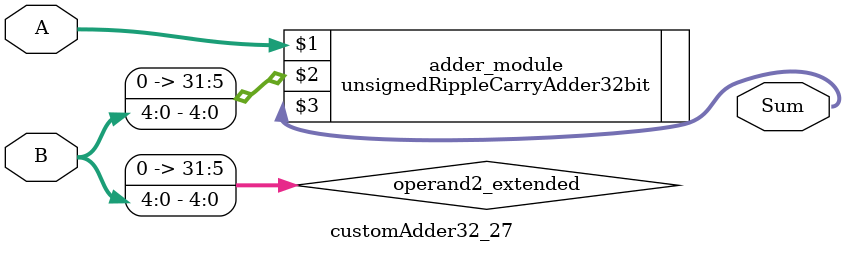
<source format=v>

module customAdder32_27(
                    input [31 : 0] A,
                    input [4 : 0] B,
                    
                    output [32 : 0] Sum
            );

    wire [31 : 0] operand2_extended;
    
    assign operand2_extended =  {27'b0, B};
    
    unsignedRippleCarryAdder32bit adder_module(
        A,
        operand2_extended,
        Sum
    );
    
endmodule
        
</source>
